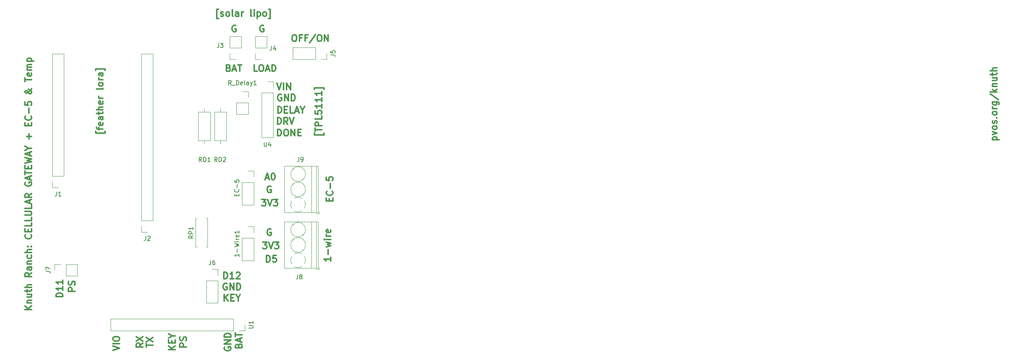
<source format=gbr>
G04 #@! TF.GenerationSoftware,KiCad,Pcbnew,5.0.2-bee76a0~70~ubuntu18.04.1*
G04 #@! TF.CreationDate,2019-07-28T20:14:29-04:00*
G04 #@! TF.ProjectId,knuth-gateway,6b6e7574-682d-4676-9174-657761792e6b,rev?*
G04 #@! TF.SameCoordinates,Original*
G04 #@! TF.FileFunction,Legend,Top*
G04 #@! TF.FilePolarity,Positive*
%FSLAX46Y46*%
G04 Gerber Fmt 4.6, Leading zero omitted, Abs format (unit mm)*
G04 Created by KiCad (PCBNEW 5.0.2-bee76a0~70~ubuntu18.04.1) date Sun 28 Jul 2019 08:14:29 PM EDT*
%MOMM*%
%LPD*%
G01*
G04 APERTURE LIST*
%ADD10C,0.300000*%
%ADD11C,0.120000*%
%ADD12C,0.150000*%
G04 APERTURE END LIST*
D10*
X132485142Y-113962571D02*
X132485142Y-112462571D01*
X132842285Y-112462571D01*
X133056571Y-112534000D01*
X133199428Y-112676857D01*
X133270857Y-112819714D01*
X133342285Y-113105428D01*
X133342285Y-113319714D01*
X133270857Y-113605428D01*
X133199428Y-113748285D01*
X133056571Y-113891142D01*
X132842285Y-113962571D01*
X132485142Y-113962571D01*
X134270857Y-112462571D02*
X134556571Y-112462571D01*
X134699428Y-112534000D01*
X134842285Y-112676857D01*
X134913714Y-112962571D01*
X134913714Y-113462571D01*
X134842285Y-113748285D01*
X134699428Y-113891142D01*
X134556571Y-113962571D01*
X134270857Y-113962571D01*
X134128000Y-113891142D01*
X133985142Y-113748285D01*
X133913714Y-113462571D01*
X133913714Y-112962571D01*
X133985142Y-112676857D01*
X134128000Y-112534000D01*
X134270857Y-112462571D01*
X135556571Y-113962571D02*
X135556571Y-112462571D01*
X136413714Y-113962571D01*
X136413714Y-112462571D01*
X137128000Y-113176857D02*
X137628000Y-113176857D01*
X137842285Y-113962571D02*
X137128000Y-113962571D01*
X137128000Y-112462571D01*
X137842285Y-112462571D01*
X144569571Y-141688000D02*
X144569571Y-142545142D01*
X144569571Y-142116571D02*
X143069571Y-142116571D01*
X143283857Y-142259428D01*
X143426714Y-142402285D01*
X143498142Y-142545142D01*
X143998142Y-141045142D02*
X143998142Y-139902285D01*
X143569571Y-139330857D02*
X144569571Y-139045142D01*
X143855285Y-138759428D01*
X144569571Y-138473714D01*
X143569571Y-138188000D01*
X144569571Y-137616571D02*
X143569571Y-137616571D01*
X143069571Y-137616571D02*
X143141000Y-137688000D01*
X143212428Y-137616571D01*
X143141000Y-137545142D01*
X143069571Y-137616571D01*
X143212428Y-137616571D01*
X144569571Y-136902285D02*
X143569571Y-136902285D01*
X143855285Y-136902285D02*
X143712428Y-136830857D01*
X143641000Y-136759428D01*
X143569571Y-136616571D01*
X143569571Y-136473714D01*
X144498142Y-135402285D02*
X144569571Y-135545142D01*
X144569571Y-135830857D01*
X144498142Y-135973714D01*
X144355285Y-136045142D01*
X143783857Y-136045142D01*
X143641000Y-135973714D01*
X143569571Y-135830857D01*
X143569571Y-135545142D01*
X143641000Y-135402285D01*
X143783857Y-135330857D01*
X143926714Y-135330857D01*
X144069571Y-136045142D01*
X144291857Y-128825285D02*
X144291857Y-128325285D01*
X145077571Y-128111000D02*
X145077571Y-128825285D01*
X143577571Y-128825285D01*
X143577571Y-128111000D01*
X144934714Y-126611000D02*
X145006142Y-126682428D01*
X145077571Y-126896714D01*
X145077571Y-127039571D01*
X145006142Y-127253857D01*
X144863285Y-127396714D01*
X144720428Y-127468142D01*
X144434714Y-127539571D01*
X144220428Y-127539571D01*
X143934714Y-127468142D01*
X143791857Y-127396714D01*
X143649000Y-127253857D01*
X143577571Y-127039571D01*
X143577571Y-126896714D01*
X143649000Y-126682428D01*
X143720428Y-126611000D01*
X144506142Y-125968142D02*
X144506142Y-124825285D01*
X143577571Y-123396714D02*
X143577571Y-124111000D01*
X144291857Y-124182428D01*
X144220428Y-124111000D01*
X144149000Y-123968142D01*
X144149000Y-123611000D01*
X144220428Y-123468142D01*
X144291857Y-123396714D01*
X144434714Y-123325285D01*
X144791857Y-123325285D01*
X144934714Y-123396714D01*
X145006142Y-123468142D01*
X145077571Y-123611000D01*
X145077571Y-123968142D01*
X145006142Y-124111000D01*
X144934714Y-124182428D01*
X86276571Y-149443142D02*
X84776571Y-149443142D01*
X84776571Y-148871714D01*
X84848000Y-148728857D01*
X84919428Y-148657428D01*
X85062285Y-148586000D01*
X85276571Y-148586000D01*
X85419428Y-148657428D01*
X85490857Y-148728857D01*
X85562285Y-148871714D01*
X85562285Y-149443142D01*
X86205142Y-148014571D02*
X86276571Y-147800285D01*
X86276571Y-147443142D01*
X86205142Y-147300285D01*
X86133714Y-147228857D01*
X85990857Y-147157428D01*
X85848000Y-147157428D01*
X85705142Y-147228857D01*
X85633714Y-147300285D01*
X85562285Y-147443142D01*
X85490857Y-147728857D01*
X85419428Y-147871714D01*
X85348000Y-147943142D01*
X85205142Y-148014571D01*
X85062285Y-148014571D01*
X84919428Y-147943142D01*
X84848000Y-147871714D01*
X84776571Y-147728857D01*
X84776571Y-147371714D01*
X84848000Y-147157428D01*
X102556571Y-162178857D02*
X102556571Y-161321714D01*
X104056571Y-161750285D02*
X102556571Y-161750285D01*
X102556571Y-160964571D02*
X104056571Y-159964571D01*
X102556571Y-159964571D02*
X104056571Y-160964571D01*
X83482571Y-150665428D02*
X81982571Y-150665428D01*
X81982571Y-150308285D01*
X82054000Y-150094000D01*
X82196857Y-149951142D01*
X82339714Y-149879714D01*
X82625428Y-149808285D01*
X82839714Y-149808285D01*
X83125428Y-149879714D01*
X83268285Y-149951142D01*
X83411142Y-150094000D01*
X83482571Y-150308285D01*
X83482571Y-150665428D01*
X83482571Y-148379714D02*
X83482571Y-149236857D01*
X83482571Y-148808285D02*
X81982571Y-148808285D01*
X82196857Y-148951142D01*
X82339714Y-149094000D01*
X82411142Y-149236857D01*
X83482571Y-146951142D02*
X83482571Y-147808285D01*
X83482571Y-147379714D02*
X81982571Y-147379714D01*
X82196857Y-147522571D01*
X82339714Y-147665428D01*
X82411142Y-147808285D01*
X101770571Y-161286000D02*
X101056285Y-161786000D01*
X101770571Y-162143142D02*
X100270571Y-162143142D01*
X100270571Y-161571714D01*
X100342000Y-161428857D01*
X100413428Y-161357428D01*
X100556285Y-161286000D01*
X100770571Y-161286000D01*
X100913428Y-161357428D01*
X100984857Y-161428857D01*
X101056285Y-161571714D01*
X101056285Y-162143142D01*
X100270571Y-160786000D02*
X101770571Y-159786000D01*
X100270571Y-159786000D02*
X101770571Y-160786000D01*
X111676571Y-162143142D02*
X110176571Y-162143142D01*
X110176571Y-161571714D01*
X110248000Y-161428857D01*
X110319428Y-161357428D01*
X110462285Y-161286000D01*
X110676571Y-161286000D01*
X110819428Y-161357428D01*
X110890857Y-161428857D01*
X110962285Y-161571714D01*
X110962285Y-162143142D01*
X111605142Y-160714571D02*
X111676571Y-160500285D01*
X111676571Y-160143142D01*
X111605142Y-160000285D01*
X111533714Y-159928857D01*
X111390857Y-159857428D01*
X111248000Y-159857428D01*
X111105142Y-159928857D01*
X111033714Y-160000285D01*
X110962285Y-160143142D01*
X110890857Y-160428857D01*
X110819428Y-160571714D01*
X110748000Y-160643142D01*
X110605142Y-160714571D01*
X110462285Y-160714571D01*
X110319428Y-160643142D01*
X110248000Y-160571714D01*
X110176571Y-160428857D01*
X110176571Y-160071714D01*
X110248000Y-159857428D01*
X109136571Y-162750285D02*
X107636571Y-162750285D01*
X109136571Y-161893142D02*
X108279428Y-162536000D01*
X107636571Y-161893142D02*
X108493714Y-162750285D01*
X108350857Y-161250285D02*
X108350857Y-160750285D01*
X109136571Y-160536000D02*
X109136571Y-161250285D01*
X107636571Y-161250285D01*
X107636571Y-160536000D01*
X108422285Y-159607428D02*
X109136571Y-159607428D01*
X107636571Y-160107428D02*
X108422285Y-159607428D01*
X107636571Y-159107428D01*
X120408000Y-162178857D02*
X120336571Y-162321714D01*
X120336571Y-162536000D01*
X120408000Y-162750285D01*
X120550857Y-162893142D01*
X120693714Y-162964571D01*
X120979428Y-163036000D01*
X121193714Y-163036000D01*
X121479428Y-162964571D01*
X121622285Y-162893142D01*
X121765142Y-162750285D01*
X121836571Y-162536000D01*
X121836571Y-162393142D01*
X121765142Y-162178857D01*
X121693714Y-162107428D01*
X121193714Y-162107428D01*
X121193714Y-162393142D01*
X121836571Y-161464571D02*
X120336571Y-161464571D01*
X121836571Y-160607428D01*
X120336571Y-160607428D01*
X121836571Y-159893142D02*
X120336571Y-159893142D01*
X120336571Y-159536000D01*
X120408000Y-159321714D01*
X120550857Y-159178857D01*
X120693714Y-159107428D01*
X120979428Y-159036000D01*
X121193714Y-159036000D01*
X121479428Y-159107428D01*
X121622285Y-159178857D01*
X121765142Y-159321714D01*
X121836571Y-159536000D01*
X121836571Y-159893142D01*
X123590857Y-161889142D02*
X123662285Y-161674857D01*
X123733714Y-161603428D01*
X123876571Y-161532000D01*
X124090857Y-161532000D01*
X124233714Y-161603428D01*
X124305142Y-161674857D01*
X124376571Y-161817714D01*
X124376571Y-162389142D01*
X122876571Y-162389142D01*
X122876571Y-161889142D01*
X122948000Y-161746285D01*
X123019428Y-161674857D01*
X123162285Y-161603428D01*
X123305142Y-161603428D01*
X123448000Y-161674857D01*
X123519428Y-161746285D01*
X123590857Y-161889142D01*
X123590857Y-162389142D01*
X123948000Y-160960571D02*
X123948000Y-160246285D01*
X124376571Y-161103428D02*
X122876571Y-160603428D01*
X124376571Y-160103428D01*
X122876571Y-159817714D02*
X122876571Y-158960571D01*
X124376571Y-159389142D02*
X122876571Y-159389142D01*
X94936571Y-162932857D02*
X96436571Y-162432857D01*
X94936571Y-161932857D01*
X96436571Y-161432857D02*
X94936571Y-161432857D01*
X94936571Y-160432857D02*
X94936571Y-160147142D01*
X95008000Y-160004285D01*
X95150857Y-159861428D01*
X95436571Y-159790000D01*
X95936571Y-159790000D01*
X96222285Y-159861428D01*
X96365142Y-160004285D01*
X96436571Y-160147142D01*
X96436571Y-160432857D01*
X96365142Y-160575714D01*
X96222285Y-160718571D01*
X95936571Y-160790000D01*
X95436571Y-160790000D01*
X95150857Y-160718571D01*
X95008000Y-160575714D01*
X94936571Y-160432857D01*
X120332714Y-151681571D02*
X120332714Y-150181571D01*
X121189857Y-151681571D02*
X120547000Y-150824428D01*
X121189857Y-150181571D02*
X120332714Y-151038714D01*
X121832714Y-150895857D02*
X122332714Y-150895857D01*
X122547000Y-151681571D02*
X121832714Y-151681571D01*
X121832714Y-150181571D01*
X122547000Y-150181571D01*
X123475571Y-150967285D02*
X123475571Y-151681571D01*
X122975571Y-150181571D02*
X123475571Y-150967285D01*
X123975571Y-150181571D01*
X120904142Y-147713000D02*
X120761285Y-147641571D01*
X120547000Y-147641571D01*
X120332714Y-147713000D01*
X120189857Y-147855857D01*
X120118428Y-147998714D01*
X120047000Y-148284428D01*
X120047000Y-148498714D01*
X120118428Y-148784428D01*
X120189857Y-148927285D01*
X120332714Y-149070142D01*
X120547000Y-149141571D01*
X120689857Y-149141571D01*
X120904142Y-149070142D01*
X120975571Y-148998714D01*
X120975571Y-148498714D01*
X120689857Y-148498714D01*
X121618428Y-149141571D02*
X121618428Y-147641571D01*
X122475571Y-149141571D01*
X122475571Y-147641571D01*
X123189857Y-149141571D02*
X123189857Y-147641571D01*
X123547000Y-147641571D01*
X123761285Y-147713000D01*
X123904142Y-147855857D01*
X123975571Y-147998714D01*
X124047000Y-148284428D01*
X124047000Y-148498714D01*
X123975571Y-148784428D01*
X123904142Y-148927285D01*
X123761285Y-149070142D01*
X123547000Y-149141571D01*
X123189857Y-149141571D01*
X120225571Y-146601571D02*
X120225571Y-145101571D01*
X120582714Y-145101571D01*
X120797000Y-145173000D01*
X120939857Y-145315857D01*
X121011285Y-145458714D01*
X121082714Y-145744428D01*
X121082714Y-145958714D01*
X121011285Y-146244428D01*
X120939857Y-146387285D01*
X120797000Y-146530142D01*
X120582714Y-146601571D01*
X120225571Y-146601571D01*
X122511285Y-146601571D02*
X121654142Y-146601571D01*
X122082714Y-146601571D02*
X122082714Y-145101571D01*
X121939857Y-145315857D01*
X121797000Y-145458714D01*
X121654142Y-145530142D01*
X123082714Y-145244428D02*
X123154142Y-145173000D01*
X123297000Y-145101571D01*
X123654142Y-145101571D01*
X123797000Y-145173000D01*
X123868428Y-145244428D01*
X123939857Y-145387285D01*
X123939857Y-145530142D01*
X123868428Y-145744428D01*
X123011285Y-146601571D01*
X123939857Y-146601571D01*
X132342142Y-101921571D02*
X132842142Y-103421571D01*
X133342142Y-101921571D01*
X133842142Y-103421571D02*
X133842142Y-101921571D01*
X134556428Y-103421571D02*
X134556428Y-101921571D01*
X135413571Y-103421571D01*
X135413571Y-101921571D01*
X133350142Y-104533000D02*
X133207285Y-104461571D01*
X132993000Y-104461571D01*
X132778714Y-104533000D01*
X132635857Y-104675857D01*
X132564428Y-104818714D01*
X132493000Y-105104428D01*
X132493000Y-105318714D01*
X132564428Y-105604428D01*
X132635857Y-105747285D01*
X132778714Y-105890142D01*
X132993000Y-105961571D01*
X133135857Y-105961571D01*
X133350142Y-105890142D01*
X133421571Y-105818714D01*
X133421571Y-105318714D01*
X133135857Y-105318714D01*
X134064428Y-105961571D02*
X134064428Y-104461571D01*
X134921571Y-105961571D01*
X134921571Y-104461571D01*
X135635857Y-105961571D02*
X135635857Y-104461571D01*
X135993000Y-104461571D01*
X136207285Y-104533000D01*
X136350142Y-104675857D01*
X136421571Y-104818714D01*
X136493000Y-105104428D01*
X136493000Y-105318714D01*
X136421571Y-105604428D01*
X136350142Y-105747285D01*
X136207285Y-105890142D01*
X135993000Y-105961571D01*
X135635857Y-105961571D01*
X132544714Y-108755571D02*
X132544714Y-107255571D01*
X132901857Y-107255571D01*
X133116142Y-107327000D01*
X133259000Y-107469857D01*
X133330428Y-107612714D01*
X133401857Y-107898428D01*
X133401857Y-108112714D01*
X133330428Y-108398428D01*
X133259000Y-108541285D01*
X133116142Y-108684142D01*
X132901857Y-108755571D01*
X132544714Y-108755571D01*
X134044714Y-107969857D02*
X134544714Y-107969857D01*
X134759000Y-108755571D02*
X134044714Y-108755571D01*
X134044714Y-107255571D01*
X134759000Y-107255571D01*
X136116142Y-108755571D02*
X135401857Y-108755571D01*
X135401857Y-107255571D01*
X136544714Y-108327000D02*
X137259000Y-108327000D01*
X136401857Y-108755571D02*
X136901857Y-107255571D01*
X137401857Y-108755571D01*
X138187571Y-108041285D02*
X138187571Y-108755571D01*
X137687571Y-107255571D02*
X138187571Y-108041285D01*
X138687571Y-107255571D01*
X132453285Y-111295571D02*
X132453285Y-109795571D01*
X132810428Y-109795571D01*
X133024714Y-109867000D01*
X133167571Y-110009857D01*
X133239000Y-110152714D01*
X133310428Y-110438428D01*
X133310428Y-110652714D01*
X133239000Y-110938428D01*
X133167571Y-111081285D01*
X133024714Y-111224142D01*
X132810428Y-111295571D01*
X132453285Y-111295571D01*
X134810428Y-111295571D02*
X134310428Y-110581285D01*
X133953285Y-111295571D02*
X133953285Y-109795571D01*
X134524714Y-109795571D01*
X134667571Y-109867000D01*
X134739000Y-109938428D01*
X134810428Y-110081285D01*
X134810428Y-110295571D01*
X134739000Y-110438428D01*
X134667571Y-110509857D01*
X134524714Y-110581285D01*
X133953285Y-110581285D01*
X135239000Y-109795571D02*
X135739000Y-111295571D01*
X136239000Y-109795571D01*
X127825714Y-99230571D02*
X127111428Y-99230571D01*
X127111428Y-97730571D01*
X128611428Y-97730571D02*
X128897142Y-97730571D01*
X129040000Y-97802000D01*
X129182857Y-97944857D01*
X129254285Y-98230571D01*
X129254285Y-98730571D01*
X129182857Y-99016285D01*
X129040000Y-99159142D01*
X128897142Y-99230571D01*
X128611428Y-99230571D01*
X128468571Y-99159142D01*
X128325714Y-99016285D01*
X128254285Y-98730571D01*
X128254285Y-98230571D01*
X128325714Y-97944857D01*
X128468571Y-97802000D01*
X128611428Y-97730571D01*
X129825714Y-98802000D02*
X130540000Y-98802000D01*
X129682857Y-99230571D02*
X130182857Y-97730571D01*
X130682857Y-99230571D01*
X131182857Y-99230571D02*
X131182857Y-97730571D01*
X131540000Y-97730571D01*
X131754285Y-97802000D01*
X131897142Y-97944857D01*
X131968571Y-98087714D01*
X132040000Y-98373428D01*
X132040000Y-98587714D01*
X131968571Y-98873428D01*
X131897142Y-99016285D01*
X131754285Y-99159142D01*
X131540000Y-99230571D01*
X131182857Y-99230571D01*
X121320857Y-98444857D02*
X121535142Y-98516285D01*
X121606571Y-98587714D01*
X121678000Y-98730571D01*
X121678000Y-98944857D01*
X121606571Y-99087714D01*
X121535142Y-99159142D01*
X121392285Y-99230571D01*
X120820857Y-99230571D01*
X120820857Y-97730571D01*
X121320857Y-97730571D01*
X121463714Y-97802000D01*
X121535142Y-97873428D01*
X121606571Y-98016285D01*
X121606571Y-98159142D01*
X121535142Y-98302000D01*
X121463714Y-98373428D01*
X121320857Y-98444857D01*
X120820857Y-98444857D01*
X122249428Y-98802000D02*
X122963714Y-98802000D01*
X122106571Y-99230571D02*
X122606571Y-97730571D01*
X123106571Y-99230571D01*
X123392285Y-97730571D02*
X124249428Y-97730571D01*
X123820857Y-99230571D02*
X123820857Y-97730571D01*
X129297857Y-88785000D02*
X129155000Y-88713571D01*
X128940714Y-88713571D01*
X128726428Y-88785000D01*
X128583571Y-88927857D01*
X128512142Y-89070714D01*
X128440714Y-89356428D01*
X128440714Y-89570714D01*
X128512142Y-89856428D01*
X128583571Y-89999285D01*
X128726428Y-90142142D01*
X128940714Y-90213571D01*
X129083571Y-90213571D01*
X129297857Y-90142142D01*
X129369285Y-90070714D01*
X129369285Y-89570714D01*
X129083571Y-89570714D01*
X122947857Y-88785000D02*
X122805000Y-88713571D01*
X122590714Y-88713571D01*
X122376428Y-88785000D01*
X122233571Y-88927857D01*
X122162142Y-89070714D01*
X122090714Y-89356428D01*
X122090714Y-89570714D01*
X122162142Y-89856428D01*
X122233571Y-89999285D01*
X122376428Y-90142142D01*
X122590714Y-90213571D01*
X122733571Y-90213571D01*
X122947857Y-90142142D01*
X123019285Y-90070714D01*
X123019285Y-89570714D01*
X122733571Y-89570714D01*
X143037571Y-113356400D02*
X143037571Y-113713542D01*
X140894714Y-113713542D01*
X140894714Y-113356400D01*
X141037571Y-112999257D02*
X141037571Y-112142114D01*
X142537571Y-112570685D02*
X141037571Y-112570685D01*
X142537571Y-111642114D02*
X141037571Y-111642114D01*
X141037571Y-111070685D01*
X141109000Y-110927828D01*
X141180428Y-110856400D01*
X141323285Y-110784971D01*
X141537571Y-110784971D01*
X141680428Y-110856400D01*
X141751857Y-110927828D01*
X141823285Y-111070685D01*
X141823285Y-111642114D01*
X142537571Y-109427828D02*
X142537571Y-110142114D01*
X141037571Y-110142114D01*
X141037571Y-108213542D02*
X141037571Y-108927828D01*
X141751857Y-108999257D01*
X141680428Y-108927828D01*
X141609000Y-108784971D01*
X141609000Y-108427828D01*
X141680428Y-108284971D01*
X141751857Y-108213542D01*
X141894714Y-108142114D01*
X142251857Y-108142114D01*
X142394714Y-108213542D01*
X142466142Y-108284971D01*
X142537571Y-108427828D01*
X142537571Y-108784971D01*
X142466142Y-108927828D01*
X142394714Y-108999257D01*
X142537571Y-106713542D02*
X142537571Y-107570685D01*
X142537571Y-107142114D02*
X141037571Y-107142114D01*
X141251857Y-107284971D01*
X141394714Y-107427828D01*
X141466142Y-107570685D01*
X142537571Y-105284971D02*
X142537571Y-106142114D01*
X142537571Y-105713542D02*
X141037571Y-105713542D01*
X141251857Y-105856400D01*
X141394714Y-105999257D01*
X141466142Y-106142114D01*
X142537571Y-103856400D02*
X142537571Y-104713542D01*
X142537571Y-104284971D02*
X141037571Y-104284971D01*
X141251857Y-104427828D01*
X141394714Y-104570685D01*
X141466142Y-104713542D01*
X143037571Y-103356400D02*
X143037571Y-102999257D01*
X140894714Y-102999257D01*
X140894714Y-103356400D01*
X93151971Y-112933085D02*
X93151971Y-113290228D01*
X91009114Y-113290228D01*
X91009114Y-112933085D01*
X91651971Y-112575942D02*
X91651971Y-112004514D01*
X92651971Y-112361657D02*
X91366257Y-112361657D01*
X91223400Y-112290228D01*
X91151971Y-112147371D01*
X91151971Y-112004514D01*
X92580542Y-110933085D02*
X92651971Y-111075942D01*
X92651971Y-111361657D01*
X92580542Y-111504514D01*
X92437685Y-111575942D01*
X91866257Y-111575942D01*
X91723400Y-111504514D01*
X91651971Y-111361657D01*
X91651971Y-111075942D01*
X91723400Y-110933085D01*
X91866257Y-110861657D01*
X92009114Y-110861657D01*
X92151971Y-111575942D01*
X92651971Y-109575942D02*
X91866257Y-109575942D01*
X91723400Y-109647371D01*
X91651971Y-109790228D01*
X91651971Y-110075942D01*
X91723400Y-110218800D01*
X92580542Y-109575942D02*
X92651971Y-109718800D01*
X92651971Y-110075942D01*
X92580542Y-110218800D01*
X92437685Y-110290228D01*
X92294828Y-110290228D01*
X92151971Y-110218800D01*
X92080542Y-110075942D01*
X92080542Y-109718800D01*
X92009114Y-109575942D01*
X91651971Y-109075942D02*
X91651971Y-108504514D01*
X91151971Y-108861657D02*
X92437685Y-108861657D01*
X92580542Y-108790228D01*
X92651971Y-108647371D01*
X92651971Y-108504514D01*
X92651971Y-108004514D02*
X91151971Y-108004514D01*
X92651971Y-107361657D02*
X91866257Y-107361657D01*
X91723400Y-107433085D01*
X91651971Y-107575942D01*
X91651971Y-107790228D01*
X91723400Y-107933085D01*
X91794828Y-108004514D01*
X92580542Y-106075942D02*
X92651971Y-106218800D01*
X92651971Y-106504514D01*
X92580542Y-106647371D01*
X92437685Y-106718800D01*
X91866257Y-106718800D01*
X91723400Y-106647371D01*
X91651971Y-106504514D01*
X91651971Y-106218800D01*
X91723400Y-106075942D01*
X91866257Y-106004514D01*
X92009114Y-106004514D01*
X92151971Y-106718800D01*
X92651971Y-105361657D02*
X91651971Y-105361657D01*
X91937685Y-105361657D02*
X91794828Y-105290228D01*
X91723400Y-105218800D01*
X91651971Y-105075942D01*
X91651971Y-104933085D01*
X92651971Y-103075942D02*
X92580542Y-103218800D01*
X92437685Y-103290228D01*
X91151971Y-103290228D01*
X92651971Y-102290228D02*
X92580542Y-102433085D01*
X92509114Y-102504514D01*
X92366257Y-102575942D01*
X91937685Y-102575942D01*
X91794828Y-102504514D01*
X91723400Y-102433085D01*
X91651971Y-102290228D01*
X91651971Y-102075942D01*
X91723400Y-101933085D01*
X91794828Y-101861657D01*
X91937685Y-101790228D01*
X92366257Y-101790228D01*
X92509114Y-101861657D01*
X92580542Y-101933085D01*
X92651971Y-102075942D01*
X92651971Y-102290228D01*
X92651971Y-101147371D02*
X91651971Y-101147371D01*
X91937685Y-101147371D02*
X91794828Y-101075942D01*
X91723400Y-101004514D01*
X91651971Y-100861657D01*
X91651971Y-100718800D01*
X92651971Y-99575942D02*
X91866257Y-99575942D01*
X91723400Y-99647371D01*
X91651971Y-99790228D01*
X91651971Y-100075942D01*
X91723400Y-100218800D01*
X92580542Y-99575942D02*
X92651971Y-99718800D01*
X92651971Y-100075942D01*
X92580542Y-100218800D01*
X92437685Y-100290228D01*
X92294828Y-100290228D01*
X92151971Y-100218800D01*
X92080542Y-100075942D01*
X92080542Y-99718800D01*
X92009114Y-99575942D01*
X93151971Y-99004514D02*
X93151971Y-98647371D01*
X91009114Y-98647371D01*
X91009114Y-99004514D01*
X118999714Y-87157571D02*
X118642571Y-87157571D01*
X118642571Y-85014714D01*
X118999714Y-85014714D01*
X119499714Y-86586142D02*
X119642571Y-86657571D01*
X119928285Y-86657571D01*
X120071142Y-86586142D01*
X120142571Y-86443285D01*
X120142571Y-86371857D01*
X120071142Y-86229000D01*
X119928285Y-86157571D01*
X119714000Y-86157571D01*
X119571142Y-86086142D01*
X119499714Y-85943285D01*
X119499714Y-85871857D01*
X119571142Y-85729000D01*
X119714000Y-85657571D01*
X119928285Y-85657571D01*
X120071142Y-85729000D01*
X120999714Y-86657571D02*
X120856857Y-86586142D01*
X120785428Y-86514714D01*
X120714000Y-86371857D01*
X120714000Y-85943285D01*
X120785428Y-85800428D01*
X120856857Y-85729000D01*
X120999714Y-85657571D01*
X121214000Y-85657571D01*
X121356857Y-85729000D01*
X121428285Y-85800428D01*
X121499714Y-85943285D01*
X121499714Y-86371857D01*
X121428285Y-86514714D01*
X121356857Y-86586142D01*
X121214000Y-86657571D01*
X120999714Y-86657571D01*
X122356857Y-86657571D02*
X122214000Y-86586142D01*
X122142571Y-86443285D01*
X122142571Y-85157571D01*
X123571142Y-86657571D02*
X123571142Y-85871857D01*
X123499714Y-85729000D01*
X123356857Y-85657571D01*
X123071142Y-85657571D01*
X122928285Y-85729000D01*
X123571142Y-86586142D02*
X123428285Y-86657571D01*
X123071142Y-86657571D01*
X122928285Y-86586142D01*
X122856857Y-86443285D01*
X122856857Y-86300428D01*
X122928285Y-86157571D01*
X123071142Y-86086142D01*
X123428285Y-86086142D01*
X123571142Y-86014714D01*
X124285428Y-86657571D02*
X124285428Y-85657571D01*
X124285428Y-85943285D02*
X124356857Y-85800428D01*
X124428285Y-85729000D01*
X124571142Y-85657571D01*
X124714000Y-85657571D01*
X126571142Y-86657571D02*
X126428285Y-86586142D01*
X126356857Y-86443285D01*
X126356857Y-85157571D01*
X127142571Y-86657571D02*
X127142571Y-85657571D01*
X127142571Y-85157571D02*
X127071142Y-85229000D01*
X127142571Y-85300428D01*
X127214000Y-85229000D01*
X127142571Y-85157571D01*
X127142571Y-85300428D01*
X127856857Y-85657571D02*
X127856857Y-87157571D01*
X127856857Y-85729000D02*
X127999714Y-85657571D01*
X128285428Y-85657571D01*
X128428285Y-85729000D01*
X128499714Y-85800428D01*
X128571142Y-85943285D01*
X128571142Y-86371857D01*
X128499714Y-86514714D01*
X128428285Y-86586142D01*
X128285428Y-86657571D01*
X127999714Y-86657571D01*
X127856857Y-86586142D01*
X129428285Y-86657571D02*
X129285428Y-86586142D01*
X129214000Y-86514714D01*
X129142571Y-86371857D01*
X129142571Y-85943285D01*
X129214000Y-85800428D01*
X129285428Y-85729000D01*
X129428285Y-85657571D01*
X129642571Y-85657571D01*
X129785428Y-85729000D01*
X129856857Y-85800428D01*
X129928285Y-85943285D01*
X129928285Y-86371857D01*
X129856857Y-86514714D01*
X129785428Y-86586142D01*
X129642571Y-86657571D01*
X129428285Y-86657571D01*
X130428285Y-87157571D02*
X130785428Y-87157571D01*
X130785428Y-85014714D01*
X130428285Y-85014714D01*
X129738571Y-123567000D02*
X130452857Y-123567000D01*
X129595714Y-123995571D02*
X130095714Y-122495571D01*
X130595714Y-123995571D01*
X131381428Y-122495571D02*
X131524285Y-122495571D01*
X131667142Y-122567000D01*
X131738571Y-122638428D01*
X131810000Y-122781285D01*
X131881428Y-123067000D01*
X131881428Y-123424142D01*
X131810000Y-123709857D01*
X131738571Y-123852714D01*
X131667142Y-123924142D01*
X131524285Y-123995571D01*
X131381428Y-123995571D01*
X131238571Y-123924142D01*
X131167142Y-123852714D01*
X131095714Y-123709857D01*
X131024285Y-123424142D01*
X131024285Y-123067000D01*
X131095714Y-122781285D01*
X131167142Y-122638428D01*
X131238571Y-122567000D01*
X131381428Y-122495571D01*
X128825857Y-128464571D02*
X129754428Y-128464571D01*
X129254428Y-129036000D01*
X129468714Y-129036000D01*
X129611571Y-129107428D01*
X129683000Y-129178857D01*
X129754428Y-129321714D01*
X129754428Y-129678857D01*
X129683000Y-129821714D01*
X129611571Y-129893142D01*
X129468714Y-129964571D01*
X129040142Y-129964571D01*
X128897285Y-129893142D01*
X128825857Y-129821714D01*
X130183000Y-128464571D02*
X130683000Y-129964571D01*
X131183000Y-128464571D01*
X131540142Y-128464571D02*
X132468714Y-128464571D01*
X131968714Y-129036000D01*
X132183000Y-129036000D01*
X132325857Y-129107428D01*
X132397285Y-129178857D01*
X132468714Y-129321714D01*
X132468714Y-129678857D01*
X132397285Y-129821714D01*
X132325857Y-129893142D01*
X132183000Y-129964571D01*
X131754428Y-129964571D01*
X131611571Y-129893142D01*
X131540142Y-129821714D01*
X130948857Y-125488000D02*
X130806000Y-125416571D01*
X130591714Y-125416571D01*
X130377428Y-125488000D01*
X130234571Y-125630857D01*
X130163142Y-125773714D01*
X130091714Y-126059428D01*
X130091714Y-126273714D01*
X130163142Y-126559428D01*
X130234571Y-126702285D01*
X130377428Y-126845142D01*
X130591714Y-126916571D01*
X130734571Y-126916571D01*
X130948857Y-126845142D01*
X131020285Y-126773714D01*
X131020285Y-126273714D01*
X130734571Y-126273714D01*
X129956857Y-142791571D02*
X129956857Y-141291571D01*
X130314000Y-141291571D01*
X130528285Y-141363000D01*
X130671142Y-141505857D01*
X130742571Y-141648714D01*
X130814000Y-141934428D01*
X130814000Y-142148714D01*
X130742571Y-142434428D01*
X130671142Y-142577285D01*
X130528285Y-142720142D01*
X130314000Y-142791571D01*
X129956857Y-142791571D01*
X132171142Y-141291571D02*
X131456857Y-141291571D01*
X131385428Y-142005857D01*
X131456857Y-141934428D01*
X131599714Y-141863000D01*
X131956857Y-141863000D01*
X132099714Y-141934428D01*
X132171142Y-142005857D01*
X132242571Y-142148714D01*
X132242571Y-142505857D01*
X132171142Y-142648714D01*
X132099714Y-142720142D01*
X131956857Y-142791571D01*
X131599714Y-142791571D01*
X131456857Y-142720142D01*
X131385428Y-142648714D01*
X129079857Y-138243571D02*
X130008428Y-138243571D01*
X129508428Y-138815000D01*
X129722714Y-138815000D01*
X129865571Y-138886428D01*
X129937000Y-138957857D01*
X130008428Y-139100714D01*
X130008428Y-139457857D01*
X129937000Y-139600714D01*
X129865571Y-139672142D01*
X129722714Y-139743571D01*
X129294142Y-139743571D01*
X129151285Y-139672142D01*
X129079857Y-139600714D01*
X130437000Y-138243571D02*
X130937000Y-139743571D01*
X131437000Y-138243571D01*
X131794142Y-138243571D02*
X132722714Y-138243571D01*
X132222714Y-138815000D01*
X132437000Y-138815000D01*
X132579857Y-138886428D01*
X132651285Y-138957857D01*
X132722714Y-139100714D01*
X132722714Y-139457857D01*
X132651285Y-139600714D01*
X132579857Y-139672142D01*
X132437000Y-139743571D01*
X132008428Y-139743571D01*
X131865571Y-139672142D01*
X131794142Y-139600714D01*
X130948857Y-135267000D02*
X130806000Y-135195571D01*
X130591714Y-135195571D01*
X130377428Y-135267000D01*
X130234571Y-135409857D01*
X130163142Y-135552714D01*
X130091714Y-135838428D01*
X130091714Y-136052714D01*
X130163142Y-136338428D01*
X130234571Y-136481285D01*
X130377428Y-136624142D01*
X130591714Y-136695571D01*
X130734571Y-136695571D01*
X130948857Y-136624142D01*
X131020285Y-136552714D01*
X131020285Y-136052714D01*
X130734571Y-136052714D01*
X136168285Y-90872571D02*
X136454000Y-90872571D01*
X136596857Y-90944000D01*
X136739714Y-91086857D01*
X136811142Y-91372571D01*
X136811142Y-91872571D01*
X136739714Y-92158285D01*
X136596857Y-92301142D01*
X136454000Y-92372571D01*
X136168285Y-92372571D01*
X136025428Y-92301142D01*
X135882571Y-92158285D01*
X135811142Y-91872571D01*
X135811142Y-91372571D01*
X135882571Y-91086857D01*
X136025428Y-90944000D01*
X136168285Y-90872571D01*
X137954000Y-91586857D02*
X137454000Y-91586857D01*
X137454000Y-92372571D02*
X137454000Y-90872571D01*
X138168285Y-90872571D01*
X139239714Y-91586857D02*
X138739714Y-91586857D01*
X138739714Y-92372571D02*
X138739714Y-90872571D01*
X139454000Y-90872571D01*
X141096857Y-90801142D02*
X139811142Y-92729714D01*
X141882571Y-90872571D02*
X142168285Y-90872571D01*
X142311142Y-90944000D01*
X142454000Y-91086857D01*
X142525428Y-91372571D01*
X142525428Y-91872571D01*
X142454000Y-92158285D01*
X142311142Y-92301142D01*
X142168285Y-92372571D01*
X141882571Y-92372571D01*
X141739714Y-92301142D01*
X141596857Y-92158285D01*
X141525428Y-91872571D01*
X141525428Y-91372571D01*
X141596857Y-91086857D01*
X141739714Y-90944000D01*
X141882571Y-90872571D01*
X143168285Y-92372571D02*
X143168285Y-90872571D01*
X144025428Y-92372571D01*
X144025428Y-90872571D01*
X295588571Y-114894285D02*
X297088571Y-114894285D01*
X295660000Y-114894285D02*
X295588571Y-114751428D01*
X295588571Y-114465714D01*
X295660000Y-114322857D01*
X295731428Y-114251428D01*
X295874285Y-114180000D01*
X296302857Y-114180000D01*
X296445714Y-114251428D01*
X296517142Y-114322857D01*
X296588571Y-114465714D01*
X296588571Y-114751428D01*
X296517142Y-114894285D01*
X295588571Y-113680000D02*
X296588571Y-113322857D01*
X295588571Y-112965714D01*
X296588571Y-112180000D02*
X296517142Y-112322857D01*
X296445714Y-112394285D01*
X296302857Y-112465714D01*
X295874285Y-112465714D01*
X295731428Y-112394285D01*
X295660000Y-112322857D01*
X295588571Y-112180000D01*
X295588571Y-111965714D01*
X295660000Y-111822857D01*
X295731428Y-111751428D01*
X295874285Y-111680000D01*
X296302857Y-111680000D01*
X296445714Y-111751428D01*
X296517142Y-111822857D01*
X296588571Y-111965714D01*
X296588571Y-112180000D01*
X296517142Y-111108571D02*
X296588571Y-110965714D01*
X296588571Y-110680000D01*
X296517142Y-110537142D01*
X296374285Y-110465714D01*
X296302857Y-110465714D01*
X296160000Y-110537142D01*
X296088571Y-110680000D01*
X296088571Y-110894285D01*
X296017142Y-111037142D01*
X295874285Y-111108571D01*
X295802857Y-111108571D01*
X295660000Y-111037142D01*
X295588571Y-110894285D01*
X295588571Y-110680000D01*
X295660000Y-110537142D01*
X296445714Y-109822857D02*
X296517142Y-109751428D01*
X296588571Y-109822857D01*
X296517142Y-109894285D01*
X296445714Y-109822857D01*
X296588571Y-109822857D01*
X296588571Y-108894285D02*
X296517142Y-109037142D01*
X296445714Y-109108571D01*
X296302857Y-109180000D01*
X295874285Y-109180000D01*
X295731428Y-109108571D01*
X295660000Y-109037142D01*
X295588571Y-108894285D01*
X295588571Y-108680000D01*
X295660000Y-108537142D01*
X295731428Y-108465714D01*
X295874285Y-108394285D01*
X296302857Y-108394285D01*
X296445714Y-108465714D01*
X296517142Y-108537142D01*
X296588571Y-108680000D01*
X296588571Y-108894285D01*
X296588571Y-107751428D02*
X295588571Y-107751428D01*
X295874285Y-107751428D02*
X295731428Y-107680000D01*
X295660000Y-107608571D01*
X295588571Y-107465714D01*
X295588571Y-107322857D01*
X295588571Y-106180000D02*
X296802857Y-106180000D01*
X296945714Y-106251428D01*
X297017142Y-106322857D01*
X297088571Y-106465714D01*
X297088571Y-106680000D01*
X297017142Y-106822857D01*
X296517142Y-106180000D02*
X296588571Y-106322857D01*
X296588571Y-106608571D01*
X296517142Y-106751428D01*
X296445714Y-106822857D01*
X296302857Y-106894285D01*
X295874285Y-106894285D01*
X295731428Y-106822857D01*
X295660000Y-106751428D01*
X295588571Y-106608571D01*
X295588571Y-106322857D01*
X295660000Y-106180000D01*
X295017142Y-104394285D02*
X296945714Y-105680000D01*
X296588571Y-103894285D02*
X295088571Y-103894285D01*
X296017142Y-103751428D02*
X296588571Y-103322857D01*
X295588571Y-103322857D02*
X296160000Y-103894285D01*
X295588571Y-102680000D02*
X296588571Y-102680000D01*
X295731428Y-102680000D02*
X295660000Y-102608571D01*
X295588571Y-102465714D01*
X295588571Y-102251428D01*
X295660000Y-102108571D01*
X295802857Y-102037142D01*
X296588571Y-102037142D01*
X295588571Y-100680000D02*
X296588571Y-100680000D01*
X295588571Y-101322857D02*
X296374285Y-101322857D01*
X296517142Y-101251428D01*
X296588571Y-101108571D01*
X296588571Y-100894285D01*
X296517142Y-100751428D01*
X296445714Y-100680000D01*
X295588571Y-100180000D02*
X295588571Y-99608571D01*
X295088571Y-99965714D02*
X296374285Y-99965714D01*
X296517142Y-99894285D01*
X296588571Y-99751428D01*
X296588571Y-99608571D01*
X296588571Y-99108571D02*
X295088571Y-99108571D01*
X296588571Y-98465714D02*
X295802857Y-98465714D01*
X295660000Y-98537142D01*
X295588571Y-98680000D01*
X295588571Y-98894285D01*
X295660000Y-99037142D01*
X295731428Y-99108571D01*
X76370571Y-153646571D02*
X74870571Y-153646571D01*
X76370571Y-152789428D02*
X75513428Y-153432285D01*
X74870571Y-152789428D02*
X75727714Y-153646571D01*
X75370571Y-152146571D02*
X76370571Y-152146571D01*
X75513428Y-152146571D02*
X75442000Y-152075142D01*
X75370571Y-151932285D01*
X75370571Y-151718000D01*
X75442000Y-151575142D01*
X75584857Y-151503714D01*
X76370571Y-151503714D01*
X75370571Y-150146571D02*
X76370571Y-150146571D01*
X75370571Y-150789428D02*
X76156285Y-150789428D01*
X76299142Y-150718000D01*
X76370571Y-150575142D01*
X76370571Y-150360857D01*
X76299142Y-150218000D01*
X76227714Y-150146571D01*
X75370571Y-149646571D02*
X75370571Y-149075142D01*
X74870571Y-149432285D02*
X76156285Y-149432285D01*
X76299142Y-149360857D01*
X76370571Y-149218000D01*
X76370571Y-149075142D01*
X76370571Y-148575142D02*
X74870571Y-148575142D01*
X76370571Y-147932285D02*
X75584857Y-147932285D01*
X75442000Y-148003714D01*
X75370571Y-148146571D01*
X75370571Y-148360857D01*
X75442000Y-148503714D01*
X75513428Y-148575142D01*
X76370571Y-145218000D02*
X75656285Y-145718000D01*
X76370571Y-146075142D02*
X74870571Y-146075142D01*
X74870571Y-145503714D01*
X74942000Y-145360857D01*
X75013428Y-145289428D01*
X75156285Y-145218000D01*
X75370571Y-145218000D01*
X75513428Y-145289428D01*
X75584857Y-145360857D01*
X75656285Y-145503714D01*
X75656285Y-146075142D01*
X76370571Y-143932285D02*
X75584857Y-143932285D01*
X75442000Y-144003714D01*
X75370571Y-144146571D01*
X75370571Y-144432285D01*
X75442000Y-144575142D01*
X76299142Y-143932285D02*
X76370571Y-144075142D01*
X76370571Y-144432285D01*
X76299142Y-144575142D01*
X76156285Y-144646571D01*
X76013428Y-144646571D01*
X75870571Y-144575142D01*
X75799142Y-144432285D01*
X75799142Y-144075142D01*
X75727714Y-143932285D01*
X75370571Y-143218000D02*
X76370571Y-143218000D01*
X75513428Y-143218000D02*
X75442000Y-143146571D01*
X75370571Y-143003714D01*
X75370571Y-142789428D01*
X75442000Y-142646571D01*
X75584857Y-142575142D01*
X76370571Y-142575142D01*
X76299142Y-141218000D02*
X76370571Y-141360857D01*
X76370571Y-141646571D01*
X76299142Y-141789428D01*
X76227714Y-141860857D01*
X76084857Y-141932285D01*
X75656285Y-141932285D01*
X75513428Y-141860857D01*
X75442000Y-141789428D01*
X75370571Y-141646571D01*
X75370571Y-141360857D01*
X75442000Y-141218000D01*
X76370571Y-140575142D02*
X74870571Y-140575142D01*
X76370571Y-139932285D02*
X75584857Y-139932285D01*
X75442000Y-140003714D01*
X75370571Y-140146571D01*
X75370571Y-140360857D01*
X75442000Y-140503714D01*
X75513428Y-140575142D01*
X76227714Y-139218000D02*
X76299142Y-139146571D01*
X76370571Y-139218000D01*
X76299142Y-139289428D01*
X76227714Y-139218000D01*
X76370571Y-139218000D01*
X75442000Y-139218000D02*
X75513428Y-139146571D01*
X75584857Y-139218000D01*
X75513428Y-139289428D01*
X75442000Y-139218000D01*
X75584857Y-139218000D01*
X76227714Y-136503714D02*
X76299142Y-136575142D01*
X76370571Y-136789428D01*
X76370571Y-136932285D01*
X76299142Y-137146571D01*
X76156285Y-137289428D01*
X76013428Y-137360857D01*
X75727714Y-137432285D01*
X75513428Y-137432285D01*
X75227714Y-137360857D01*
X75084857Y-137289428D01*
X74942000Y-137146571D01*
X74870571Y-136932285D01*
X74870571Y-136789428D01*
X74942000Y-136575142D01*
X75013428Y-136503714D01*
X75584857Y-135860857D02*
X75584857Y-135360857D01*
X76370571Y-135146571D02*
X76370571Y-135860857D01*
X74870571Y-135860857D01*
X74870571Y-135146571D01*
X76370571Y-133789428D02*
X76370571Y-134503714D01*
X74870571Y-134503714D01*
X76370571Y-132575142D02*
X76370571Y-133289428D01*
X74870571Y-133289428D01*
X74870571Y-132075142D02*
X76084857Y-132075142D01*
X76227714Y-132003714D01*
X76299142Y-131932285D01*
X76370571Y-131789428D01*
X76370571Y-131503714D01*
X76299142Y-131360857D01*
X76227714Y-131289428D01*
X76084857Y-131218000D01*
X74870571Y-131218000D01*
X76370571Y-129789428D02*
X76370571Y-130503714D01*
X74870571Y-130503714D01*
X75942000Y-129360857D02*
X75942000Y-128646571D01*
X76370571Y-129503714D02*
X74870571Y-129003714D01*
X76370571Y-128503714D01*
X76370571Y-127146571D02*
X75656285Y-127646571D01*
X76370571Y-128003714D02*
X74870571Y-128003714D01*
X74870571Y-127432285D01*
X74942000Y-127289428D01*
X75013428Y-127218000D01*
X75156285Y-127146571D01*
X75370571Y-127146571D01*
X75513428Y-127218000D01*
X75584857Y-127289428D01*
X75656285Y-127432285D01*
X75656285Y-128003714D01*
X74942000Y-124575142D02*
X74870571Y-124718000D01*
X74870571Y-124932285D01*
X74942000Y-125146571D01*
X75084857Y-125289428D01*
X75227714Y-125360857D01*
X75513428Y-125432285D01*
X75727714Y-125432285D01*
X76013428Y-125360857D01*
X76156285Y-125289428D01*
X76299142Y-125146571D01*
X76370571Y-124932285D01*
X76370571Y-124789428D01*
X76299142Y-124575142D01*
X76227714Y-124503714D01*
X75727714Y-124503714D01*
X75727714Y-124789428D01*
X75942000Y-123932285D02*
X75942000Y-123218000D01*
X76370571Y-124075142D02*
X74870571Y-123575142D01*
X76370571Y-123075142D01*
X74870571Y-122789428D02*
X74870571Y-121932285D01*
X76370571Y-122360857D02*
X74870571Y-122360857D01*
X75584857Y-121432285D02*
X75584857Y-120932285D01*
X76370571Y-120718000D02*
X76370571Y-121432285D01*
X74870571Y-121432285D01*
X74870571Y-120718000D01*
X74870571Y-120218000D02*
X76370571Y-119860857D01*
X75299142Y-119575142D01*
X76370571Y-119289428D01*
X74870571Y-118932285D01*
X75942000Y-118432285D02*
X75942000Y-117718000D01*
X76370571Y-118575142D02*
X74870571Y-118075142D01*
X76370571Y-117575142D01*
X75656285Y-116789428D02*
X76370571Y-116789428D01*
X74870571Y-117289428D02*
X75656285Y-116789428D01*
X74870571Y-116289428D01*
X75799142Y-114646571D02*
X75799142Y-113503714D01*
X76370571Y-114075142D02*
X75227714Y-114075142D01*
X75584857Y-111646571D02*
X75584857Y-111146571D01*
X76370571Y-110932285D02*
X76370571Y-111646571D01*
X74870571Y-111646571D01*
X74870571Y-110932285D01*
X76227714Y-109432285D02*
X76299142Y-109503714D01*
X76370571Y-109718000D01*
X76370571Y-109860857D01*
X76299142Y-110075142D01*
X76156285Y-110218000D01*
X76013428Y-110289428D01*
X75727714Y-110360857D01*
X75513428Y-110360857D01*
X75227714Y-110289428D01*
X75084857Y-110218000D01*
X74942000Y-110075142D01*
X74870571Y-109860857D01*
X74870571Y-109718000D01*
X74942000Y-109503714D01*
X75013428Y-109432285D01*
X75799142Y-108789428D02*
X75799142Y-107646571D01*
X74870571Y-106218000D02*
X74870571Y-106932285D01*
X75584857Y-107003714D01*
X75513428Y-106932285D01*
X75442000Y-106789428D01*
X75442000Y-106432285D01*
X75513428Y-106289428D01*
X75584857Y-106218000D01*
X75727714Y-106146571D01*
X76084857Y-106146571D01*
X76227714Y-106218000D01*
X76299142Y-106289428D01*
X76370571Y-106432285D01*
X76370571Y-106789428D01*
X76299142Y-106932285D01*
X76227714Y-107003714D01*
X76370571Y-103146571D02*
X76370571Y-103218000D01*
X76299142Y-103360857D01*
X76084857Y-103575142D01*
X75656285Y-103932285D01*
X75442000Y-104075142D01*
X75227714Y-104146571D01*
X75084857Y-104146571D01*
X74942000Y-104075142D01*
X74870571Y-103932285D01*
X74870571Y-103860857D01*
X74942000Y-103718000D01*
X75084857Y-103646571D01*
X75156285Y-103646571D01*
X75299142Y-103718000D01*
X75370571Y-103789428D01*
X75656285Y-104218000D01*
X75727714Y-104289428D01*
X75870571Y-104360857D01*
X76084857Y-104360857D01*
X76227714Y-104289428D01*
X76299142Y-104218000D01*
X76370571Y-104075142D01*
X76370571Y-103860857D01*
X76299142Y-103718000D01*
X76227714Y-103646571D01*
X75942000Y-103432285D01*
X75727714Y-103360857D01*
X75584857Y-103360857D01*
X74870571Y-101575142D02*
X74870571Y-100718000D01*
X76370571Y-101146571D02*
X74870571Y-101146571D01*
X76299142Y-99646571D02*
X76370571Y-99789428D01*
X76370571Y-100075142D01*
X76299142Y-100218000D01*
X76156285Y-100289428D01*
X75584857Y-100289428D01*
X75442000Y-100218000D01*
X75370571Y-100075142D01*
X75370571Y-99789428D01*
X75442000Y-99646571D01*
X75584857Y-99575142D01*
X75727714Y-99575142D01*
X75870571Y-100289428D01*
X76370571Y-98932285D02*
X75370571Y-98932285D01*
X75513428Y-98932285D02*
X75442000Y-98860857D01*
X75370571Y-98718000D01*
X75370571Y-98503714D01*
X75442000Y-98360857D01*
X75584857Y-98289428D01*
X76370571Y-98289428D01*
X75584857Y-98289428D02*
X75442000Y-98218000D01*
X75370571Y-98075142D01*
X75370571Y-97860857D01*
X75442000Y-97718000D01*
X75584857Y-97646571D01*
X76370571Y-97646571D01*
X75370571Y-96932285D02*
X76870571Y-96932285D01*
X75442000Y-96932285D02*
X75370571Y-96789428D01*
X75370571Y-96503714D01*
X75442000Y-96360857D01*
X75513428Y-96289428D01*
X75656285Y-96218000D01*
X76084857Y-96218000D01*
X76227714Y-96289428D01*
X76299142Y-96360857D01*
X76370571Y-96503714D01*
X76370571Y-96789428D01*
X76299142Y-96932285D01*
D11*
G04 #@! TO.C,R_Delay1*
X123130000Y-106426000D02*
X125790000Y-106426000D01*
X123130000Y-106426000D02*
X123130000Y-109026000D01*
X123130000Y-109026000D02*
X125790000Y-109026000D01*
X125790000Y-106426000D02*
X125790000Y-109026000D01*
X125790000Y-103826000D02*
X125790000Y-105156000D01*
X124460000Y-103826000D02*
X125790000Y-103826000D01*
G04 #@! TO.C,U4*
X128845000Y-104140000D02*
X131505000Y-104140000D01*
X128845000Y-104140000D02*
X128845000Y-114360000D01*
X128845000Y-114360000D02*
X131505000Y-114360000D01*
X131505000Y-104140000D02*
X131505000Y-114360000D01*
X131505000Y-101540000D02*
X131505000Y-102870000D01*
X130175000Y-101540000D02*
X131505000Y-101540000D01*
G04 #@! TO.C,1-Wire1*
X125730000Y-134687000D02*
X127060000Y-134687000D01*
X127060000Y-134687000D02*
X127060000Y-136017000D01*
X127060000Y-137287000D02*
X127060000Y-142427000D01*
X124400000Y-142427000D02*
X127060000Y-142427000D01*
X124400000Y-137287000D02*
X124400000Y-142427000D01*
X124400000Y-137287000D02*
X127060000Y-137287000D01*
G04 #@! TO.C,EC-5*
X124400000Y-124587000D02*
X127060000Y-124587000D01*
X124400000Y-124587000D02*
X124400000Y-129727000D01*
X124400000Y-129727000D02*
X127060000Y-129727000D01*
X127060000Y-124587000D02*
X127060000Y-129727000D01*
X127060000Y-121987000D02*
X127060000Y-123317000D01*
X125730000Y-121987000D02*
X127060000Y-121987000D01*
G04 #@! TO.C,J1*
X83753000Y-123190000D02*
X81093000Y-123190000D01*
X83753000Y-123190000D02*
X83753000Y-95190000D01*
X83753000Y-95190000D02*
X81093000Y-95190000D01*
X81093000Y-123190000D02*
X81093000Y-95190000D01*
X81093000Y-125790000D02*
X81093000Y-124460000D01*
X82423000Y-125790000D02*
X81093000Y-125790000D01*
G04 #@! TO.C,J2*
X104073000Y-133350000D02*
X101413000Y-133350000D01*
X104073000Y-133350000D02*
X104073000Y-95190000D01*
X104073000Y-95190000D02*
X101413000Y-95190000D01*
X101413000Y-133350000D02*
X101413000Y-95190000D01*
X101413000Y-135950000D02*
X101413000Y-134620000D01*
X102743000Y-135950000D02*
X101413000Y-135950000D01*
G04 #@! TO.C,RP1*
X114085500Y-139350500D02*
X113755500Y-139350500D01*
X113755500Y-139350500D02*
X113755500Y-132810500D01*
X113755500Y-132810500D02*
X114085500Y-132810500D01*
X116165500Y-139350500D02*
X116495500Y-139350500D01*
X116495500Y-139350500D02*
X116495500Y-132810500D01*
X116495500Y-132810500D02*
X116165500Y-132810500D01*
G04 #@! TO.C,J3*
X122872500Y-96453000D02*
X121542500Y-96453000D01*
X121542500Y-96453000D02*
X121542500Y-95123000D01*
X121542500Y-93853000D02*
X121542500Y-91253000D01*
X124202500Y-91253000D02*
X121542500Y-91253000D01*
X124202500Y-93853000D02*
X124202500Y-91253000D01*
X124202500Y-93853000D02*
X121542500Y-93853000D01*
G04 #@! TO.C,J4*
X130044500Y-93853000D02*
X127384500Y-93853000D01*
X130044500Y-93853000D02*
X130044500Y-91253000D01*
X130044500Y-91253000D02*
X127384500Y-91253000D01*
X127384500Y-93853000D02*
X127384500Y-91253000D01*
X127384500Y-96453000D02*
X127384500Y-95123000D01*
X128714500Y-96453000D02*
X127384500Y-96453000D01*
G04 #@! TO.C,J5*
X143697000Y-95123000D02*
X143697000Y-96453000D01*
X143697000Y-96453000D02*
X142367000Y-96453000D01*
X141097000Y-96453000D02*
X135957000Y-96453000D01*
X135957000Y-93793000D02*
X135957000Y-96453000D01*
X141097000Y-93793000D02*
X135957000Y-93793000D01*
X141097000Y-93793000D02*
X141097000Y-96453000D01*
G04 #@! TO.C,J6*
X116208500Y-147002500D02*
X118868500Y-147002500D01*
X116208500Y-147002500D02*
X116208500Y-152142500D01*
X116208500Y-152142500D02*
X118868500Y-152142500D01*
X118868500Y-147002500D02*
X118868500Y-152142500D01*
X118868500Y-144402500D02*
X118868500Y-145732500D01*
X117538500Y-144402500D02*
X118868500Y-144402500D01*
G04 #@! TO.C,J7*
X84201000Y-145919500D02*
X84201000Y-143259500D01*
X84201000Y-145919500D02*
X86801000Y-145919500D01*
X86801000Y-145919500D02*
X86801000Y-143259500D01*
X84201000Y-143259500D02*
X86801000Y-143259500D01*
X81601000Y-143259500D02*
X82931000Y-143259500D01*
X81601000Y-144589500D02*
X81601000Y-143259500D01*
G04 #@! TO.C,J8*
X141960000Y-144417000D02*
X141960000Y-144017000D01*
X141320000Y-144417000D02*
X141960000Y-144417000D01*
X138101000Y-136512000D02*
X138229000Y-136641000D01*
X135885000Y-134297000D02*
X135979000Y-134391000D01*
X138341000Y-136342000D02*
X138434000Y-136436000D01*
X136091000Y-134092000D02*
X136219000Y-134221000D01*
X138101000Y-140012000D02*
X138229000Y-140141000D01*
X135885000Y-137797000D02*
X135979000Y-137891000D01*
X138341000Y-139842000D02*
X138434000Y-139936000D01*
X136091000Y-137592000D02*
X136219000Y-137721000D01*
X134000000Y-133557000D02*
X141720000Y-133557000D01*
X134000000Y-144177000D02*
X141720000Y-144177000D01*
X141720000Y-144177000D02*
X141720000Y-133557000D01*
X134000000Y-144177000D02*
X134000000Y-133557000D01*
X140160000Y-144177000D02*
X140160000Y-133557000D01*
X141260000Y-144177000D02*
X141260000Y-133557000D01*
X138840000Y-135367000D02*
G75*
G03X138840000Y-135367000I-1680000J0D01*
G01*
X138840000Y-138867000D02*
G75*
G03X138840000Y-138867000I-1680000J0D01*
G01*
X138840099Y-142338326D02*
G75*
G02X138600000Y-143233000I-1680099J-28674D01*
G01*
X138049894Y-143792358D02*
G75*
G02X136294000Y-143807000I-889894J1425358D01*
G01*
X135734642Y-143256894D02*
G75*
G02X135720000Y-141501000I1425358J889894D01*
G01*
X136269807Y-140941495D02*
G75*
G02X138051000Y-140942000I890193J-1425505D01*
G01*
X138584721Y-141476736D02*
G75*
G02X138840000Y-142367000I-1424721J-890264D01*
G01*
G04 #@! TO.C,J9*
X138584721Y-128776736D02*
G75*
G02X138840000Y-129667000I-1424721J-890264D01*
G01*
X136269807Y-128241495D02*
G75*
G02X138051000Y-128242000I890193J-1425505D01*
G01*
X135734642Y-130556894D02*
G75*
G02X135720000Y-128801000I1425358J889894D01*
G01*
X138049894Y-131092358D02*
G75*
G02X136294000Y-131107000I-889894J1425358D01*
G01*
X138840099Y-129638326D02*
G75*
G02X138600000Y-130533000I-1680099J-28674D01*
G01*
X138840000Y-126167000D02*
G75*
G03X138840000Y-126167000I-1680000J0D01*
G01*
X138840000Y-122667000D02*
G75*
G03X138840000Y-122667000I-1680000J0D01*
G01*
X141260000Y-131477000D02*
X141260000Y-120857000D01*
X140160000Y-131477000D02*
X140160000Y-120857000D01*
X134000000Y-131477000D02*
X134000000Y-120857000D01*
X141720000Y-131477000D02*
X141720000Y-120857000D01*
X134000000Y-131477000D02*
X141720000Y-131477000D01*
X134000000Y-120857000D02*
X141720000Y-120857000D01*
X136091000Y-124892000D02*
X136219000Y-125021000D01*
X138341000Y-127142000D02*
X138434000Y-127236000D01*
X135885000Y-125097000D02*
X135979000Y-125191000D01*
X138101000Y-127312000D02*
X138229000Y-127441000D01*
X136091000Y-121392000D02*
X136219000Y-121521000D01*
X138341000Y-123642000D02*
X138434000Y-123736000D01*
X135885000Y-121597000D02*
X135979000Y-121691000D01*
X138101000Y-123812000D02*
X138229000Y-123941000D01*
X141320000Y-131717000D02*
X141960000Y-131717000D01*
X141960000Y-131717000D02*
X141960000Y-131317000D01*
G04 #@! TO.C,U1*
X122428000Y-155769000D02*
X122428000Y-158429000D01*
X122428000Y-155769000D02*
X94428000Y-155769000D01*
X94428000Y-155769000D02*
X94428000Y-158429000D01*
X122428000Y-158429000D02*
X94428000Y-158429000D01*
X125028000Y-158429000D02*
X123698000Y-158429000D01*
X125028000Y-157099000D02*
X125028000Y-158429000D01*
G04 #@! TO.C,RD1*
X117130500Y-108490000D02*
X114390500Y-108490000D01*
X114390500Y-108490000D02*
X114390500Y-115030000D01*
X114390500Y-115030000D02*
X117130500Y-115030000D01*
X117130500Y-115030000D02*
X117130500Y-108490000D01*
X115760500Y-107720000D02*
X115760500Y-108490000D01*
X115760500Y-115800000D02*
X115760500Y-115030000D01*
G04 #@! TO.C,RD2*
X119443500Y-107720000D02*
X119443500Y-108490000D01*
X119443500Y-115800000D02*
X119443500Y-115030000D01*
X118073500Y-108490000D02*
X118073500Y-115030000D01*
X120813500Y-108490000D02*
X118073500Y-108490000D01*
X120813500Y-115030000D02*
X120813500Y-108490000D01*
X118073500Y-115030000D02*
X120813500Y-115030000D01*
G04 #@! TO.C,R_Delay1*
D12*
X121888571Y-102306380D02*
X121555238Y-101830190D01*
X121317142Y-102306380D02*
X121317142Y-101306380D01*
X121698095Y-101306380D01*
X121793333Y-101354000D01*
X121840952Y-101401619D01*
X121888571Y-101496857D01*
X121888571Y-101639714D01*
X121840952Y-101734952D01*
X121793333Y-101782571D01*
X121698095Y-101830190D01*
X121317142Y-101830190D01*
X122079047Y-102401619D02*
X122840952Y-102401619D01*
X123079047Y-102306380D02*
X123079047Y-101306380D01*
X123317142Y-101306380D01*
X123460000Y-101354000D01*
X123555238Y-101449238D01*
X123602857Y-101544476D01*
X123650476Y-101734952D01*
X123650476Y-101877809D01*
X123602857Y-102068285D01*
X123555238Y-102163523D01*
X123460000Y-102258761D01*
X123317142Y-102306380D01*
X123079047Y-102306380D01*
X124460000Y-102258761D02*
X124364761Y-102306380D01*
X124174285Y-102306380D01*
X124079047Y-102258761D01*
X124031428Y-102163523D01*
X124031428Y-101782571D01*
X124079047Y-101687333D01*
X124174285Y-101639714D01*
X124364761Y-101639714D01*
X124460000Y-101687333D01*
X124507619Y-101782571D01*
X124507619Y-101877809D01*
X124031428Y-101973047D01*
X125079047Y-102306380D02*
X124983809Y-102258761D01*
X124936190Y-102163523D01*
X124936190Y-101306380D01*
X125888571Y-102306380D02*
X125888571Y-101782571D01*
X125840952Y-101687333D01*
X125745714Y-101639714D01*
X125555238Y-101639714D01*
X125460000Y-101687333D01*
X125888571Y-102258761D02*
X125793333Y-102306380D01*
X125555238Y-102306380D01*
X125460000Y-102258761D01*
X125412380Y-102163523D01*
X125412380Y-102068285D01*
X125460000Y-101973047D01*
X125555238Y-101925428D01*
X125793333Y-101925428D01*
X125888571Y-101877809D01*
X126269523Y-101639714D02*
X126507619Y-102306380D01*
X126745714Y-101639714D02*
X126507619Y-102306380D01*
X126412380Y-102544476D01*
X126364761Y-102592095D01*
X126269523Y-102639714D01*
X127650476Y-102306380D02*
X127079047Y-102306380D01*
X127364761Y-102306380D02*
X127364761Y-101306380D01*
X127269523Y-101449238D01*
X127174285Y-101544476D01*
X127079047Y-101592095D01*
G04 #@! TO.C,U4*
X129413095Y-115403380D02*
X129413095Y-116212904D01*
X129460714Y-116308142D01*
X129508333Y-116355761D01*
X129603571Y-116403380D01*
X129794047Y-116403380D01*
X129889285Y-116355761D01*
X129936904Y-116308142D01*
X129984523Y-116212904D01*
X129984523Y-115403380D01*
X130889285Y-115736714D02*
X130889285Y-116403380D01*
X130651190Y-115355761D02*
X130413095Y-116070047D01*
X131032142Y-116070047D01*
G04 #@! TO.C,1-Wire1*
X123642380Y-140914142D02*
X123642380Y-141485571D01*
X123642380Y-141199857D02*
X122642380Y-141199857D01*
X122785238Y-141295095D01*
X122880476Y-141390333D01*
X122928095Y-141485571D01*
X123261428Y-140485571D02*
X123261428Y-139723666D01*
X122642380Y-139342714D02*
X123642380Y-139104619D01*
X122928095Y-138914142D01*
X123642380Y-138723666D01*
X122642380Y-138485571D01*
X123642380Y-138104619D02*
X122975714Y-138104619D01*
X122642380Y-138104619D02*
X122690000Y-138152238D01*
X122737619Y-138104619D01*
X122690000Y-138057000D01*
X122642380Y-138104619D01*
X122737619Y-138104619D01*
X123642380Y-137628428D02*
X122975714Y-137628428D01*
X123166190Y-137628428D02*
X123070952Y-137580809D01*
X123023333Y-137533190D01*
X122975714Y-137437952D01*
X122975714Y-137342714D01*
X123594761Y-136628428D02*
X123642380Y-136723666D01*
X123642380Y-136914142D01*
X123594761Y-137009380D01*
X123499523Y-137057000D01*
X123118571Y-137057000D01*
X123023333Y-137009380D01*
X122975714Y-136914142D01*
X122975714Y-136723666D01*
X123023333Y-136628428D01*
X123118571Y-136580809D01*
X123213809Y-136580809D01*
X123309047Y-137057000D01*
X123642380Y-135628428D02*
X123642380Y-136199857D01*
X123642380Y-135914142D02*
X122642380Y-135914142D01*
X122785238Y-136009380D01*
X122880476Y-136104619D01*
X122928095Y-136199857D01*
G04 #@! TO.C,EC-5*
X123118571Y-127666523D02*
X123118571Y-127333190D01*
X123642380Y-127190333D02*
X123642380Y-127666523D01*
X122642380Y-127666523D01*
X122642380Y-127190333D01*
X123547142Y-126190333D02*
X123594761Y-126237952D01*
X123642380Y-126380809D01*
X123642380Y-126476047D01*
X123594761Y-126618904D01*
X123499523Y-126714142D01*
X123404285Y-126761761D01*
X123213809Y-126809380D01*
X123070952Y-126809380D01*
X122880476Y-126761761D01*
X122785238Y-126714142D01*
X122690000Y-126618904D01*
X122642380Y-126476047D01*
X122642380Y-126380809D01*
X122690000Y-126237952D01*
X122737619Y-126190333D01*
X123261428Y-125761761D02*
X123261428Y-124999857D01*
X122642380Y-124047476D02*
X122642380Y-124523666D01*
X123118571Y-124571285D01*
X123070952Y-124523666D01*
X123023333Y-124428428D01*
X123023333Y-124190333D01*
X123070952Y-124095095D01*
X123118571Y-124047476D01*
X123213809Y-123999857D01*
X123451904Y-123999857D01*
X123547142Y-124047476D01*
X123594761Y-124095095D01*
X123642380Y-124190333D01*
X123642380Y-124428428D01*
X123594761Y-124523666D01*
X123547142Y-124571285D01*
G04 #@! TO.C,J1*
X82089666Y-126682380D02*
X82089666Y-127396666D01*
X82042047Y-127539523D01*
X81946809Y-127634761D01*
X81803952Y-127682380D01*
X81708714Y-127682380D01*
X83089666Y-127682380D02*
X82518238Y-127682380D01*
X82803952Y-127682380D02*
X82803952Y-126682380D01*
X82708714Y-126825238D01*
X82613476Y-126920476D01*
X82518238Y-126968095D01*
G04 #@! TO.C,J2*
X102409666Y-136842380D02*
X102409666Y-137556666D01*
X102362047Y-137699523D01*
X102266809Y-137794761D01*
X102123952Y-137842380D01*
X102028714Y-137842380D01*
X102838238Y-136937619D02*
X102885857Y-136890000D01*
X102981095Y-136842380D01*
X103219190Y-136842380D01*
X103314428Y-136890000D01*
X103362047Y-136937619D01*
X103409666Y-137032857D01*
X103409666Y-137128095D01*
X103362047Y-137270952D01*
X102790619Y-137842380D01*
X103409666Y-137842380D01*
G04 #@! TO.C,RP1*
X113207880Y-136747166D02*
X112731690Y-137080500D01*
X113207880Y-137318595D02*
X112207880Y-137318595D01*
X112207880Y-136937642D01*
X112255500Y-136842404D01*
X112303119Y-136794785D01*
X112398357Y-136747166D01*
X112541214Y-136747166D01*
X112636452Y-136794785D01*
X112684071Y-136842404D01*
X112731690Y-136937642D01*
X112731690Y-137318595D01*
X113207880Y-136318595D02*
X112207880Y-136318595D01*
X112207880Y-135937642D01*
X112255500Y-135842404D01*
X112303119Y-135794785D01*
X112398357Y-135747166D01*
X112541214Y-135747166D01*
X112636452Y-135794785D01*
X112684071Y-135842404D01*
X112731690Y-135937642D01*
X112731690Y-136318595D01*
X113207880Y-134794785D02*
X113207880Y-135366214D01*
X113207880Y-135080500D02*
X112207880Y-135080500D01*
X112350738Y-135175738D01*
X112445976Y-135270976D01*
X112493595Y-135366214D01*
G04 #@! TO.C,J3*
X119046666Y-92797380D02*
X119046666Y-93511666D01*
X118999047Y-93654523D01*
X118903809Y-93749761D01*
X118760952Y-93797380D01*
X118665714Y-93797380D01*
X119427619Y-92797380D02*
X120046666Y-92797380D01*
X119713333Y-93178333D01*
X119856190Y-93178333D01*
X119951428Y-93225952D01*
X119999047Y-93273571D01*
X120046666Y-93368809D01*
X120046666Y-93606904D01*
X119999047Y-93702142D01*
X119951428Y-93749761D01*
X119856190Y-93797380D01*
X119570476Y-93797380D01*
X119475238Y-93749761D01*
X119427619Y-93702142D01*
G04 #@! TO.C,J4*
X131111666Y-93432380D02*
X131111666Y-94146666D01*
X131064047Y-94289523D01*
X130968809Y-94384761D01*
X130825952Y-94432380D01*
X130730714Y-94432380D01*
X132016428Y-93765714D02*
X132016428Y-94432380D01*
X131778333Y-93384761D02*
X131540238Y-94099047D01*
X132159285Y-94099047D01*
G04 #@! TO.C,J5*
X144589380Y-95456333D02*
X145303666Y-95456333D01*
X145446523Y-95503952D01*
X145541761Y-95599190D01*
X145589380Y-95742047D01*
X145589380Y-95837285D01*
X144589380Y-94503952D02*
X144589380Y-94980142D01*
X145065571Y-95027761D01*
X145017952Y-94980142D01*
X144970333Y-94884904D01*
X144970333Y-94646809D01*
X145017952Y-94551571D01*
X145065571Y-94503952D01*
X145160809Y-94456333D01*
X145398904Y-94456333D01*
X145494142Y-94503952D01*
X145541761Y-94551571D01*
X145589380Y-94646809D01*
X145589380Y-94884904D01*
X145541761Y-94980142D01*
X145494142Y-95027761D01*
G04 #@! TO.C,J6*
X117205166Y-142414880D02*
X117205166Y-143129166D01*
X117157547Y-143272023D01*
X117062309Y-143367261D01*
X116919452Y-143414880D01*
X116824214Y-143414880D01*
X118109928Y-142414880D02*
X117919452Y-142414880D01*
X117824214Y-142462500D01*
X117776595Y-142510119D01*
X117681357Y-142652976D01*
X117633738Y-142843452D01*
X117633738Y-143224404D01*
X117681357Y-143319642D01*
X117728976Y-143367261D01*
X117824214Y-143414880D01*
X118014690Y-143414880D01*
X118109928Y-143367261D01*
X118157547Y-143319642D01*
X118205166Y-143224404D01*
X118205166Y-142986309D01*
X118157547Y-142891071D01*
X118109928Y-142843452D01*
X118014690Y-142795833D01*
X117824214Y-142795833D01*
X117728976Y-142843452D01*
X117681357Y-142891071D01*
X117633738Y-142986309D01*
G04 #@! TO.C,J7*
X79613380Y-144922833D02*
X80327666Y-144922833D01*
X80470523Y-144970452D01*
X80565761Y-145065690D01*
X80613380Y-145208547D01*
X80613380Y-145303785D01*
X79613380Y-144541880D02*
X79613380Y-143875214D01*
X80613380Y-144303785D01*
G04 #@! TO.C,J8*
X137080666Y-145629380D02*
X137080666Y-146343666D01*
X137033047Y-146486523D01*
X136937809Y-146581761D01*
X136794952Y-146629380D01*
X136699714Y-146629380D01*
X137699714Y-146057952D02*
X137604476Y-146010333D01*
X137556857Y-145962714D01*
X137509238Y-145867476D01*
X137509238Y-145819857D01*
X137556857Y-145724619D01*
X137604476Y-145677000D01*
X137699714Y-145629380D01*
X137890190Y-145629380D01*
X137985428Y-145677000D01*
X138033047Y-145724619D01*
X138080666Y-145819857D01*
X138080666Y-145867476D01*
X138033047Y-145962714D01*
X137985428Y-146010333D01*
X137890190Y-146057952D01*
X137699714Y-146057952D01*
X137604476Y-146105571D01*
X137556857Y-146153190D01*
X137509238Y-146248428D01*
X137509238Y-146438904D01*
X137556857Y-146534142D01*
X137604476Y-146581761D01*
X137699714Y-146629380D01*
X137890190Y-146629380D01*
X137985428Y-146581761D01*
X138033047Y-146534142D01*
X138080666Y-146438904D01*
X138080666Y-146248428D01*
X138033047Y-146153190D01*
X137985428Y-146105571D01*
X137890190Y-146057952D01*
G04 #@! TO.C,J9*
X137334666Y-118832380D02*
X137334666Y-119546666D01*
X137287047Y-119689523D01*
X137191809Y-119784761D01*
X137048952Y-119832380D01*
X136953714Y-119832380D01*
X137858476Y-119832380D02*
X138048952Y-119832380D01*
X138144190Y-119784761D01*
X138191809Y-119737142D01*
X138287047Y-119594285D01*
X138334666Y-119403809D01*
X138334666Y-119022857D01*
X138287047Y-118927619D01*
X138239428Y-118880000D01*
X138144190Y-118832380D01*
X137953714Y-118832380D01*
X137858476Y-118880000D01*
X137810857Y-118927619D01*
X137763238Y-119022857D01*
X137763238Y-119260952D01*
X137810857Y-119356190D01*
X137858476Y-119403809D01*
X137953714Y-119451428D01*
X138144190Y-119451428D01*
X138239428Y-119403809D01*
X138287047Y-119356190D01*
X138334666Y-119260952D01*
G04 #@! TO.C,U1*
X125920380Y-157860904D02*
X126729904Y-157860904D01*
X126825142Y-157813285D01*
X126872761Y-157765666D01*
X126920380Y-157670428D01*
X126920380Y-157479952D01*
X126872761Y-157384714D01*
X126825142Y-157337095D01*
X126729904Y-157289476D01*
X125920380Y-157289476D01*
X126920380Y-156289476D02*
X126920380Y-156860904D01*
X126920380Y-156575190D02*
X125920380Y-156575190D01*
X126063238Y-156670428D01*
X126158476Y-156765666D01*
X126206095Y-156860904D01*
G04 #@! TO.C,RD1*
X115157333Y-119832380D02*
X114824000Y-119356190D01*
X114585904Y-119832380D02*
X114585904Y-118832380D01*
X114966857Y-118832380D01*
X115062095Y-118880000D01*
X115109714Y-118927619D01*
X115157333Y-119022857D01*
X115157333Y-119165714D01*
X115109714Y-119260952D01*
X115062095Y-119308571D01*
X114966857Y-119356190D01*
X114585904Y-119356190D01*
X115585904Y-119832380D02*
X115585904Y-118832380D01*
X115824000Y-118832380D01*
X115966857Y-118880000D01*
X116062095Y-118975238D01*
X116109714Y-119070476D01*
X116157333Y-119260952D01*
X116157333Y-119403809D01*
X116109714Y-119594285D01*
X116062095Y-119689523D01*
X115966857Y-119784761D01*
X115824000Y-119832380D01*
X115585904Y-119832380D01*
X117109714Y-119832380D02*
X116538285Y-119832380D01*
X116824000Y-119832380D02*
X116824000Y-118832380D01*
X116728761Y-118975238D01*
X116633523Y-119070476D01*
X116538285Y-119118095D01*
G04 #@! TO.C,RD2*
X118713333Y-119832380D02*
X118380000Y-119356190D01*
X118141904Y-119832380D02*
X118141904Y-118832380D01*
X118522857Y-118832380D01*
X118618095Y-118880000D01*
X118665714Y-118927619D01*
X118713333Y-119022857D01*
X118713333Y-119165714D01*
X118665714Y-119260952D01*
X118618095Y-119308571D01*
X118522857Y-119356190D01*
X118141904Y-119356190D01*
X119141904Y-119832380D02*
X119141904Y-118832380D01*
X119380000Y-118832380D01*
X119522857Y-118880000D01*
X119618095Y-118975238D01*
X119665714Y-119070476D01*
X119713333Y-119260952D01*
X119713333Y-119403809D01*
X119665714Y-119594285D01*
X119618095Y-119689523D01*
X119522857Y-119784761D01*
X119380000Y-119832380D01*
X119141904Y-119832380D01*
X120094285Y-118927619D02*
X120141904Y-118880000D01*
X120237142Y-118832380D01*
X120475238Y-118832380D01*
X120570476Y-118880000D01*
X120618095Y-118927619D01*
X120665714Y-119022857D01*
X120665714Y-119118095D01*
X120618095Y-119260952D01*
X120046666Y-119832380D01*
X120665714Y-119832380D01*
G04 #@! TD*
M02*

</source>
